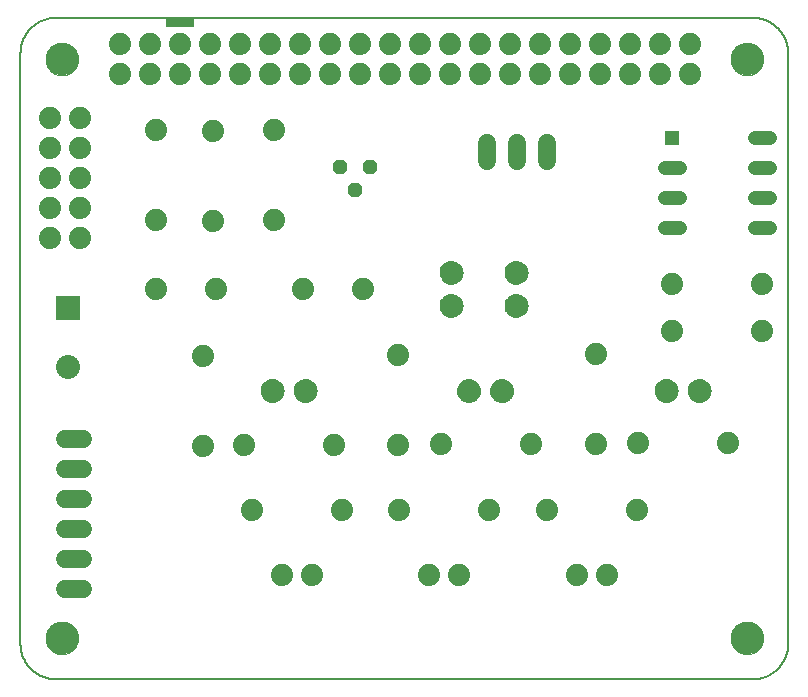
<source format=gbs>
G04 EAGLE Gerber RS-274X export*
G75*
%MOMM*%
%FSLAX34Y34*%
%LPD*%
%INSolder Mask bottom*%
%IPPOS*%
%AMOC8*
5,1,8,0,0,1.08239X$1,22.5*%
G01*
%ADD10C,0.000000*%
%ADD11C,2.750000*%
%ADD12C,0.203200*%
%ADD13C,1.879600*%
%ADD14P,1.319650X8X202.500000*%
%ADD15C,1.524000*%
%ADD16R,1.219200X1.219200*%
%ADD17C,1.219200*%
%ADD18R,2.032000X2.032000*%
%ADD19C,2.032000*%

G36*
X366518Y334036D02*
X366518Y334036D01*
X366561Y334047D01*
X366627Y334053D01*
X368257Y334465D01*
X368297Y334483D01*
X368361Y334501D01*
X369894Y335189D01*
X369931Y335214D01*
X369991Y335243D01*
X371381Y336187D01*
X371413Y336218D01*
X371467Y336256D01*
X372673Y337427D01*
X372699Y337464D01*
X372745Y337511D01*
X373729Y338873D01*
X373748Y338914D01*
X373785Y338968D01*
X374518Y340481D01*
X374530Y340524D01*
X374557Y340584D01*
X375015Y342201D01*
X375020Y342246D01*
X375036Y342310D01*
X375207Y343982D01*
X375203Y344030D01*
X375207Y344109D01*
X375041Y345781D01*
X375029Y345824D01*
X375020Y345890D01*
X374566Y347507D01*
X374547Y347548D01*
X374527Y347611D01*
X373799Y349125D01*
X373773Y349161D01*
X373743Y349220D01*
X372762Y350585D01*
X372730Y350616D01*
X372690Y350669D01*
X371488Y351843D01*
X371451Y351868D01*
X371403Y351913D01*
X370015Y352860D01*
X369974Y352878D01*
X369918Y352914D01*
X368387Y353606D01*
X368344Y353617D01*
X368283Y353643D01*
X366654Y354058D01*
X366610Y354061D01*
X366545Y354076D01*
X364870Y354202D01*
X364823Y354198D01*
X364751Y354200D01*
X362916Y353995D01*
X362869Y353981D01*
X362794Y353969D01*
X361033Y353409D01*
X360991Y353386D01*
X360919Y353360D01*
X359302Y352467D01*
X359264Y352437D01*
X359199Y352397D01*
X357787Y351206D01*
X357756Y351169D01*
X357700Y351117D01*
X356547Y349673D01*
X356525Y349631D01*
X356480Y349569D01*
X355631Y347928D01*
X355617Y347882D01*
X355585Y347813D01*
X355072Y346038D01*
X355067Y345990D01*
X355050Y345915D01*
X354893Y344075D01*
X354897Y344031D01*
X354893Y343966D01*
X355053Y342135D01*
X355066Y342089D01*
X355074Y342028D01*
X355074Y342026D01*
X355076Y342013D01*
X355590Y340249D01*
X355611Y340205D01*
X355636Y340133D01*
X356485Y338503D01*
X356514Y338465D01*
X356553Y338399D01*
X357703Y336966D01*
X357739Y336934D01*
X357790Y336877D01*
X359198Y335696D01*
X359239Y335672D01*
X359300Y335626D01*
X360912Y334742D01*
X360957Y334727D01*
X361026Y334693D01*
X362779Y334141D01*
X362826Y334135D01*
X362900Y334115D01*
X364727Y333916D01*
X364773Y333919D01*
X364842Y333913D01*
X366518Y334036D01*
G37*
G36*
X421518Y334036D02*
X421518Y334036D01*
X421561Y334047D01*
X421627Y334053D01*
X423257Y334465D01*
X423297Y334483D01*
X423361Y334501D01*
X424894Y335189D01*
X424931Y335214D01*
X424991Y335243D01*
X426381Y336187D01*
X426413Y336218D01*
X426467Y336256D01*
X427673Y337427D01*
X427699Y337464D01*
X427745Y337511D01*
X428729Y338873D01*
X428748Y338914D01*
X428785Y338968D01*
X429518Y340481D01*
X429530Y340524D01*
X429557Y340584D01*
X430015Y342201D01*
X430020Y342246D01*
X430036Y342310D01*
X430207Y343982D01*
X430203Y344030D01*
X430207Y344109D01*
X430041Y345781D01*
X430029Y345824D01*
X430020Y345890D01*
X429566Y347507D01*
X429547Y347548D01*
X429527Y347611D01*
X428799Y349125D01*
X428773Y349161D01*
X428743Y349220D01*
X427762Y350585D01*
X427730Y350616D01*
X427690Y350669D01*
X426488Y351843D01*
X426451Y351868D01*
X426403Y351913D01*
X425015Y352860D01*
X424974Y352878D01*
X424918Y352914D01*
X423387Y353606D01*
X423344Y353617D01*
X423283Y353643D01*
X421654Y354058D01*
X421610Y354061D01*
X421545Y354076D01*
X419870Y354202D01*
X419823Y354198D01*
X419751Y354200D01*
X417916Y353995D01*
X417869Y353981D01*
X417794Y353969D01*
X416033Y353409D01*
X415991Y353386D01*
X415919Y353360D01*
X414302Y352467D01*
X414264Y352437D01*
X414199Y352397D01*
X412787Y351206D01*
X412756Y351169D01*
X412700Y351117D01*
X411547Y349673D01*
X411525Y349631D01*
X411480Y349569D01*
X410631Y347928D01*
X410617Y347882D01*
X410585Y347813D01*
X410072Y346038D01*
X410067Y345990D01*
X410050Y345915D01*
X409893Y344075D01*
X409897Y344031D01*
X409893Y343966D01*
X410053Y342135D01*
X410066Y342089D01*
X410074Y342028D01*
X410074Y342026D01*
X410076Y342013D01*
X410590Y340249D01*
X410611Y340205D01*
X410636Y340133D01*
X411485Y338503D01*
X411514Y338465D01*
X411553Y338399D01*
X412703Y336966D01*
X412739Y336934D01*
X412790Y336877D01*
X414198Y335696D01*
X414239Y335672D01*
X414300Y335626D01*
X415912Y334742D01*
X415957Y334727D01*
X416026Y334693D01*
X417779Y334141D01*
X417826Y334135D01*
X417900Y334115D01*
X419727Y333916D01*
X419773Y333919D01*
X419842Y333913D01*
X421518Y334036D01*
G37*
G36*
X366518Y306045D02*
X366518Y306045D01*
X366561Y306056D01*
X366627Y306062D01*
X368257Y306474D01*
X368297Y306492D01*
X368361Y306510D01*
X369894Y307198D01*
X369931Y307223D01*
X369991Y307252D01*
X371381Y308196D01*
X371413Y308227D01*
X371467Y308265D01*
X372673Y309436D01*
X372699Y309473D01*
X372745Y309520D01*
X373729Y310882D01*
X373748Y310923D01*
X373785Y310977D01*
X374518Y312490D01*
X374530Y312533D01*
X374557Y312593D01*
X375015Y314210D01*
X375020Y314255D01*
X375036Y314319D01*
X375207Y315991D01*
X375203Y316039D01*
X375207Y316118D01*
X375041Y317790D01*
X375029Y317833D01*
X375020Y317899D01*
X374566Y319516D01*
X374547Y319557D01*
X374527Y319620D01*
X373799Y321134D01*
X373773Y321170D01*
X373743Y321229D01*
X372762Y322594D01*
X372730Y322625D01*
X372690Y322678D01*
X371488Y323852D01*
X371451Y323877D01*
X371403Y323922D01*
X370015Y324869D01*
X369974Y324887D01*
X369918Y324923D01*
X368387Y325615D01*
X368344Y325626D01*
X368283Y325652D01*
X366654Y326067D01*
X366610Y326070D01*
X366545Y326085D01*
X364870Y326211D01*
X364823Y326207D01*
X364751Y326209D01*
X362916Y326004D01*
X362869Y325990D01*
X362794Y325978D01*
X361033Y325418D01*
X360991Y325395D01*
X360919Y325369D01*
X359302Y324476D01*
X359264Y324446D01*
X359199Y324406D01*
X357787Y323215D01*
X357756Y323178D01*
X357700Y323126D01*
X356547Y321682D01*
X356525Y321640D01*
X356480Y321578D01*
X355631Y319937D01*
X355617Y319891D01*
X355585Y319822D01*
X355072Y318047D01*
X355067Y317999D01*
X355050Y317924D01*
X354893Y316084D01*
X354897Y316040D01*
X354893Y315975D01*
X355053Y314144D01*
X355066Y314098D01*
X355074Y314037D01*
X355074Y314035D01*
X355076Y314022D01*
X355590Y312258D01*
X355611Y312214D01*
X355636Y312142D01*
X356485Y310512D01*
X356514Y310474D01*
X356553Y310408D01*
X357703Y308975D01*
X357739Y308943D01*
X357790Y308886D01*
X359198Y307705D01*
X359239Y307681D01*
X359300Y307635D01*
X360912Y306751D01*
X360957Y306736D01*
X361026Y306702D01*
X362779Y306150D01*
X362826Y306144D01*
X362900Y306124D01*
X364727Y305925D01*
X364773Y305928D01*
X364842Y305922D01*
X366518Y306045D01*
G37*
G36*
X421518Y306045D02*
X421518Y306045D01*
X421561Y306056D01*
X421627Y306062D01*
X423257Y306474D01*
X423297Y306492D01*
X423361Y306510D01*
X424894Y307198D01*
X424931Y307223D01*
X424991Y307252D01*
X426381Y308196D01*
X426413Y308227D01*
X426467Y308265D01*
X427673Y309436D01*
X427699Y309473D01*
X427745Y309520D01*
X428729Y310882D01*
X428748Y310923D01*
X428785Y310977D01*
X429518Y312490D01*
X429530Y312533D01*
X429557Y312593D01*
X430015Y314210D01*
X430020Y314255D01*
X430036Y314319D01*
X430207Y315991D01*
X430203Y316039D01*
X430207Y316118D01*
X430041Y317790D01*
X430029Y317833D01*
X430020Y317899D01*
X429566Y319516D01*
X429547Y319557D01*
X429527Y319620D01*
X428799Y321134D01*
X428773Y321170D01*
X428743Y321229D01*
X427762Y322594D01*
X427730Y322625D01*
X427690Y322678D01*
X426488Y323852D01*
X426451Y323877D01*
X426403Y323922D01*
X425015Y324869D01*
X424974Y324887D01*
X424918Y324923D01*
X423387Y325615D01*
X423344Y325626D01*
X423283Y325652D01*
X421654Y326067D01*
X421610Y326070D01*
X421545Y326085D01*
X419870Y326211D01*
X419823Y326207D01*
X419751Y326209D01*
X417916Y326004D01*
X417869Y325990D01*
X417794Y325978D01*
X416033Y325418D01*
X415991Y325395D01*
X415919Y325369D01*
X414302Y324476D01*
X414264Y324446D01*
X414199Y324406D01*
X412787Y323215D01*
X412756Y323178D01*
X412700Y323126D01*
X411547Y321682D01*
X411525Y321640D01*
X411480Y321578D01*
X410631Y319937D01*
X410617Y319891D01*
X410585Y319822D01*
X410072Y318047D01*
X410067Y317999D01*
X410050Y317924D01*
X409893Y316084D01*
X409897Y316040D01*
X409893Y315975D01*
X410053Y314144D01*
X410066Y314098D01*
X410074Y314037D01*
X410074Y314035D01*
X410076Y314022D01*
X410590Y312258D01*
X410611Y312214D01*
X410636Y312142D01*
X411485Y310512D01*
X411514Y310474D01*
X411553Y310408D01*
X412703Y308975D01*
X412739Y308943D01*
X412790Y308886D01*
X414198Y307705D01*
X414239Y307681D01*
X414300Y307635D01*
X415912Y306751D01*
X415957Y306736D01*
X416026Y306702D01*
X417779Y306150D01*
X417826Y306144D01*
X417900Y306124D01*
X419727Y305925D01*
X419773Y305928D01*
X419842Y305922D01*
X421518Y306045D01*
G37*
G36*
X575060Y233997D02*
X575060Y233997D01*
X575125Y233993D01*
X576956Y234153D01*
X577002Y234166D01*
X577078Y234176D01*
X578842Y234690D01*
X578886Y234711D01*
X578958Y234736D01*
X580588Y235585D01*
X580626Y235614D01*
X580692Y235653D01*
X582125Y236803D01*
X582157Y236839D01*
X582214Y236890D01*
X583395Y238298D01*
X583419Y238339D01*
X583465Y238400D01*
X584010Y239393D01*
X584349Y240012D01*
X584364Y240057D01*
X584398Y240126D01*
X584950Y241879D01*
X584956Y241926D01*
X584976Y242000D01*
X585176Y243827D01*
X585172Y243873D01*
X585178Y243942D01*
X585055Y245618D01*
X585044Y245661D01*
X585038Y245727D01*
X584627Y247357D01*
X584608Y247397D01*
X584590Y247461D01*
X583902Y248994D01*
X583877Y249031D01*
X583848Y249091D01*
X582904Y250481D01*
X582873Y250513D01*
X582835Y250567D01*
X581664Y251773D01*
X581628Y251799D01*
X581580Y251845D01*
X580218Y252829D01*
X580177Y252848D01*
X580123Y252885D01*
X578610Y253618D01*
X578567Y253630D01*
X578507Y253657D01*
X576890Y254115D01*
X576845Y254120D01*
X576781Y254136D01*
X575109Y254307D01*
X575061Y254303D01*
X574982Y254307D01*
X573310Y254141D01*
X573267Y254129D01*
X573202Y254120D01*
X571584Y253666D01*
X571543Y253647D01*
X571480Y253627D01*
X569966Y252899D01*
X569930Y252873D01*
X569871Y252843D01*
X568506Y251862D01*
X568475Y251830D01*
X568422Y251790D01*
X567248Y250588D01*
X567223Y250551D01*
X567178Y250503D01*
X566231Y249115D01*
X566213Y249074D01*
X566177Y249018D01*
X565485Y247487D01*
X565474Y247444D01*
X565448Y247383D01*
X565033Y245754D01*
X565030Y245710D01*
X565015Y245645D01*
X564889Y243970D01*
X564893Y243923D01*
X564891Y243851D01*
X565096Y242016D01*
X565110Y241969D01*
X565122Y241894D01*
X565682Y240133D01*
X565705Y240091D01*
X565731Y240019D01*
X566624Y238402D01*
X566654Y238364D01*
X566694Y238299D01*
X567885Y236887D01*
X567922Y236856D01*
X567974Y236800D01*
X569418Y235647D01*
X569460Y235625D01*
X569522Y235580D01*
X571163Y234731D01*
X571209Y234717D01*
X571278Y234685D01*
X573053Y234172D01*
X573101Y234167D01*
X573176Y234150D01*
X575016Y233993D01*
X575060Y233997D01*
G37*
G36*
X547069Y233997D02*
X547069Y233997D01*
X547134Y233993D01*
X548965Y234153D01*
X549011Y234166D01*
X549087Y234176D01*
X550851Y234690D01*
X550895Y234711D01*
X550967Y234736D01*
X552597Y235585D01*
X552635Y235614D01*
X552701Y235653D01*
X554134Y236803D01*
X554166Y236839D01*
X554223Y236890D01*
X555404Y238298D01*
X555428Y238339D01*
X555474Y238400D01*
X556019Y239393D01*
X556358Y240012D01*
X556373Y240057D01*
X556407Y240126D01*
X556959Y241879D01*
X556965Y241926D01*
X556985Y242000D01*
X557185Y243827D01*
X557181Y243873D01*
X557187Y243942D01*
X557064Y245618D01*
X557053Y245661D01*
X557047Y245727D01*
X556636Y247357D01*
X556617Y247397D01*
X556599Y247461D01*
X555911Y248994D01*
X555886Y249031D01*
X555857Y249091D01*
X554913Y250481D01*
X554882Y250513D01*
X554844Y250567D01*
X553673Y251773D01*
X553637Y251799D01*
X553589Y251845D01*
X552227Y252829D01*
X552186Y252848D01*
X552132Y252885D01*
X550619Y253618D01*
X550576Y253630D01*
X550516Y253657D01*
X548899Y254115D01*
X548854Y254120D01*
X548790Y254136D01*
X547118Y254307D01*
X547070Y254303D01*
X546991Y254307D01*
X545319Y254141D01*
X545276Y254129D01*
X545211Y254120D01*
X543593Y253666D01*
X543552Y253647D01*
X543489Y253627D01*
X541975Y252899D01*
X541939Y252873D01*
X541880Y252843D01*
X540515Y251862D01*
X540484Y251830D01*
X540431Y251790D01*
X539257Y250588D01*
X539232Y250551D01*
X539187Y250503D01*
X538240Y249115D01*
X538222Y249074D01*
X538186Y249018D01*
X537494Y247487D01*
X537483Y247444D01*
X537457Y247383D01*
X537042Y245754D01*
X537039Y245710D01*
X537024Y245645D01*
X536898Y243970D01*
X536902Y243923D01*
X536900Y243851D01*
X537105Y242016D01*
X537119Y241969D01*
X537131Y241894D01*
X537691Y240133D01*
X537714Y240091D01*
X537740Y240019D01*
X538633Y238402D01*
X538663Y238364D01*
X538703Y238299D01*
X539894Y236887D01*
X539931Y236856D01*
X539983Y236800D01*
X541427Y235647D01*
X541469Y235625D01*
X541531Y235580D01*
X543172Y234731D01*
X543218Y234717D01*
X543287Y234685D01*
X545062Y234172D01*
X545110Y234167D01*
X545185Y234150D01*
X547025Y233993D01*
X547069Y233997D01*
G37*
G36*
X407760Y233997D02*
X407760Y233997D01*
X407825Y233993D01*
X409656Y234153D01*
X409702Y234166D01*
X409778Y234176D01*
X411542Y234690D01*
X411586Y234711D01*
X411658Y234736D01*
X413288Y235585D01*
X413326Y235614D01*
X413392Y235653D01*
X414825Y236803D01*
X414857Y236839D01*
X414914Y236890D01*
X416095Y238298D01*
X416119Y238339D01*
X416165Y238400D01*
X416710Y239393D01*
X417049Y240012D01*
X417064Y240057D01*
X417098Y240126D01*
X417650Y241879D01*
X417656Y241926D01*
X417676Y242000D01*
X417876Y243827D01*
X417872Y243873D01*
X417878Y243942D01*
X417755Y245618D01*
X417744Y245661D01*
X417738Y245727D01*
X417327Y247357D01*
X417308Y247397D01*
X417290Y247461D01*
X416602Y248994D01*
X416577Y249031D01*
X416548Y249091D01*
X415604Y250481D01*
X415573Y250513D01*
X415535Y250567D01*
X414364Y251773D01*
X414328Y251799D01*
X414280Y251845D01*
X412918Y252829D01*
X412877Y252848D01*
X412823Y252885D01*
X411310Y253618D01*
X411267Y253630D01*
X411207Y253657D01*
X409590Y254115D01*
X409545Y254120D01*
X409481Y254136D01*
X407809Y254307D01*
X407761Y254303D01*
X407682Y254307D01*
X406010Y254141D01*
X405967Y254129D01*
X405902Y254120D01*
X404284Y253666D01*
X404243Y253647D01*
X404180Y253627D01*
X402666Y252899D01*
X402630Y252873D01*
X402571Y252843D01*
X401206Y251862D01*
X401175Y251830D01*
X401122Y251790D01*
X399948Y250588D01*
X399923Y250551D01*
X399878Y250503D01*
X398931Y249115D01*
X398913Y249074D01*
X398877Y249018D01*
X398185Y247487D01*
X398174Y247444D01*
X398148Y247383D01*
X397733Y245754D01*
X397730Y245710D01*
X397715Y245645D01*
X397589Y243970D01*
X397593Y243923D01*
X397591Y243851D01*
X397796Y242016D01*
X397810Y241969D01*
X397822Y241894D01*
X398382Y240133D01*
X398405Y240091D01*
X398431Y240019D01*
X399324Y238402D01*
X399354Y238364D01*
X399394Y238299D01*
X400585Y236887D01*
X400622Y236856D01*
X400674Y236800D01*
X402118Y235647D01*
X402160Y235625D01*
X402222Y235580D01*
X403863Y234731D01*
X403909Y234717D01*
X403978Y234685D01*
X405753Y234172D01*
X405801Y234167D01*
X405876Y234150D01*
X407716Y233993D01*
X407760Y233997D01*
G37*
G36*
X379769Y233997D02*
X379769Y233997D01*
X379834Y233993D01*
X381665Y234153D01*
X381711Y234166D01*
X381787Y234176D01*
X383551Y234690D01*
X383595Y234711D01*
X383667Y234736D01*
X385297Y235585D01*
X385335Y235614D01*
X385401Y235653D01*
X386834Y236803D01*
X386866Y236839D01*
X386923Y236890D01*
X388104Y238298D01*
X388128Y238339D01*
X388174Y238400D01*
X388719Y239393D01*
X389058Y240012D01*
X389073Y240057D01*
X389107Y240126D01*
X389659Y241879D01*
X389665Y241926D01*
X389685Y242000D01*
X389885Y243827D01*
X389881Y243873D01*
X389887Y243942D01*
X389764Y245618D01*
X389753Y245661D01*
X389747Y245727D01*
X389336Y247357D01*
X389317Y247397D01*
X389299Y247461D01*
X388611Y248994D01*
X388586Y249031D01*
X388557Y249091D01*
X387613Y250481D01*
X387582Y250513D01*
X387544Y250567D01*
X386373Y251773D01*
X386337Y251799D01*
X386289Y251845D01*
X384927Y252829D01*
X384886Y252848D01*
X384832Y252885D01*
X383319Y253618D01*
X383276Y253630D01*
X383216Y253657D01*
X381599Y254115D01*
X381554Y254120D01*
X381490Y254136D01*
X379818Y254307D01*
X379770Y254303D01*
X379691Y254307D01*
X378019Y254141D01*
X377976Y254129D01*
X377911Y254120D01*
X376293Y253666D01*
X376252Y253647D01*
X376189Y253627D01*
X374675Y252899D01*
X374639Y252873D01*
X374580Y252843D01*
X373215Y251862D01*
X373184Y251830D01*
X373131Y251790D01*
X371957Y250588D01*
X371932Y250551D01*
X371887Y250503D01*
X370940Y249115D01*
X370922Y249074D01*
X370886Y249018D01*
X370194Y247487D01*
X370183Y247444D01*
X370157Y247383D01*
X369742Y245754D01*
X369739Y245710D01*
X369724Y245645D01*
X369598Y243970D01*
X369602Y243923D01*
X369600Y243851D01*
X369805Y242016D01*
X369819Y241969D01*
X369831Y241894D01*
X370391Y240133D01*
X370414Y240091D01*
X370440Y240019D01*
X371333Y238402D01*
X371363Y238364D01*
X371403Y238299D01*
X372594Y236887D01*
X372631Y236856D01*
X372683Y236800D01*
X374127Y235647D01*
X374169Y235625D01*
X374231Y235580D01*
X375872Y234731D01*
X375918Y234717D01*
X375987Y234685D01*
X377762Y234172D01*
X377810Y234167D01*
X377885Y234150D01*
X379725Y233993D01*
X379769Y233997D01*
G37*
G36*
X241460Y233997D02*
X241460Y233997D01*
X241525Y233993D01*
X243356Y234153D01*
X243402Y234166D01*
X243478Y234176D01*
X245242Y234690D01*
X245286Y234711D01*
X245358Y234736D01*
X246988Y235585D01*
X247026Y235614D01*
X247092Y235653D01*
X248525Y236803D01*
X248557Y236839D01*
X248614Y236890D01*
X249795Y238298D01*
X249819Y238339D01*
X249865Y238400D01*
X250410Y239393D01*
X250749Y240012D01*
X250764Y240057D01*
X250798Y240126D01*
X251350Y241879D01*
X251356Y241926D01*
X251376Y242000D01*
X251576Y243827D01*
X251572Y243873D01*
X251578Y243942D01*
X251455Y245618D01*
X251444Y245661D01*
X251438Y245727D01*
X251027Y247357D01*
X251008Y247397D01*
X250990Y247461D01*
X250302Y248994D01*
X250277Y249031D01*
X250248Y249091D01*
X249304Y250481D01*
X249273Y250513D01*
X249235Y250567D01*
X248064Y251773D01*
X248028Y251799D01*
X247980Y251845D01*
X246618Y252829D01*
X246577Y252848D01*
X246523Y252885D01*
X245010Y253618D01*
X244967Y253630D01*
X244907Y253657D01*
X243290Y254115D01*
X243245Y254120D01*
X243181Y254136D01*
X241509Y254307D01*
X241461Y254303D01*
X241382Y254307D01*
X239710Y254141D01*
X239667Y254129D01*
X239602Y254120D01*
X237984Y253666D01*
X237943Y253647D01*
X237880Y253627D01*
X236366Y252899D01*
X236330Y252873D01*
X236271Y252843D01*
X234906Y251862D01*
X234875Y251830D01*
X234822Y251790D01*
X233648Y250588D01*
X233623Y250551D01*
X233578Y250503D01*
X232631Y249115D01*
X232613Y249074D01*
X232577Y249018D01*
X231885Y247487D01*
X231874Y247444D01*
X231848Y247383D01*
X231433Y245754D01*
X231430Y245710D01*
X231415Y245645D01*
X231289Y243970D01*
X231293Y243923D01*
X231291Y243851D01*
X231496Y242016D01*
X231510Y241969D01*
X231522Y241894D01*
X232082Y240133D01*
X232105Y240091D01*
X232131Y240019D01*
X233024Y238402D01*
X233054Y238364D01*
X233094Y238299D01*
X234285Y236887D01*
X234322Y236856D01*
X234374Y236800D01*
X235818Y235647D01*
X235860Y235625D01*
X235922Y235580D01*
X237563Y234731D01*
X237609Y234717D01*
X237678Y234685D01*
X239453Y234172D01*
X239501Y234167D01*
X239576Y234150D01*
X241416Y233993D01*
X241460Y233997D01*
G37*
G36*
X213469Y233997D02*
X213469Y233997D01*
X213534Y233993D01*
X215365Y234153D01*
X215411Y234166D01*
X215487Y234176D01*
X217251Y234690D01*
X217295Y234711D01*
X217367Y234736D01*
X218997Y235585D01*
X219035Y235614D01*
X219101Y235653D01*
X220534Y236803D01*
X220566Y236839D01*
X220623Y236890D01*
X221804Y238298D01*
X221828Y238339D01*
X221874Y238400D01*
X222419Y239393D01*
X222758Y240012D01*
X222773Y240057D01*
X222807Y240126D01*
X223359Y241879D01*
X223365Y241926D01*
X223385Y242000D01*
X223585Y243827D01*
X223581Y243873D01*
X223587Y243942D01*
X223464Y245618D01*
X223453Y245661D01*
X223447Y245727D01*
X223036Y247357D01*
X223017Y247397D01*
X222999Y247461D01*
X222311Y248994D01*
X222286Y249031D01*
X222257Y249091D01*
X221313Y250481D01*
X221282Y250513D01*
X221244Y250567D01*
X220073Y251773D01*
X220037Y251799D01*
X219989Y251845D01*
X218627Y252829D01*
X218586Y252848D01*
X218532Y252885D01*
X217019Y253618D01*
X216976Y253630D01*
X216916Y253657D01*
X215299Y254115D01*
X215254Y254120D01*
X215190Y254136D01*
X213518Y254307D01*
X213470Y254303D01*
X213391Y254307D01*
X211719Y254141D01*
X211676Y254129D01*
X211611Y254120D01*
X209993Y253666D01*
X209952Y253647D01*
X209889Y253627D01*
X208375Y252899D01*
X208339Y252873D01*
X208280Y252843D01*
X206915Y251862D01*
X206884Y251830D01*
X206831Y251790D01*
X205657Y250588D01*
X205632Y250551D01*
X205587Y250503D01*
X204640Y249115D01*
X204622Y249074D01*
X204586Y249018D01*
X203894Y247487D01*
X203883Y247444D01*
X203857Y247383D01*
X203442Y245754D01*
X203439Y245710D01*
X203424Y245645D01*
X203298Y243970D01*
X203302Y243923D01*
X203300Y243851D01*
X203505Y242016D01*
X203519Y241969D01*
X203531Y241894D01*
X204091Y240133D01*
X204114Y240091D01*
X204140Y240019D01*
X205033Y238402D01*
X205063Y238364D01*
X205103Y238299D01*
X206294Y236887D01*
X206331Y236856D01*
X206383Y236800D01*
X207827Y235647D01*
X207869Y235625D01*
X207931Y235580D01*
X209572Y234731D01*
X209618Y234717D01*
X209687Y234685D01*
X211462Y234172D01*
X211510Y234167D01*
X211585Y234150D01*
X213425Y233993D01*
X213469Y233997D01*
G37*
G36*
X146005Y551954D02*
X146005Y551954D01*
X146008Y551951D01*
X146317Y552000D01*
X146325Y552008D01*
X146331Y552005D01*
X146610Y552147D01*
X146615Y552157D01*
X146623Y552156D01*
X146844Y552377D01*
X146845Y552389D01*
X146853Y552390D01*
X146995Y552669D01*
X146994Y552673D01*
X146998Y552676D01*
X146995Y552680D01*
X147000Y552683D01*
X147049Y552992D01*
X147046Y552997D01*
X147049Y553000D01*
X147049Y560000D01*
X147013Y560047D01*
X147006Y560042D01*
X147000Y560049D01*
X123000Y560049D01*
X122953Y560013D01*
X122958Y560006D01*
X122951Y560000D01*
X122951Y553000D01*
X122954Y552995D01*
X122951Y552992D01*
X123000Y552683D01*
X123008Y552675D01*
X123005Y552669D01*
X123147Y552390D01*
X123157Y552385D01*
X123156Y552377D01*
X123377Y552156D01*
X123389Y552155D01*
X123390Y552147D01*
X123669Y552005D01*
X123680Y552007D01*
X123683Y552000D01*
X123992Y551951D01*
X123997Y551954D01*
X124000Y551951D01*
X146000Y551951D01*
X146005Y551954D01*
G37*
D10*
X21250Y525000D02*
X21254Y525337D01*
X21267Y525675D01*
X21287Y526012D01*
X21316Y526348D01*
X21353Y526683D01*
X21399Y527018D01*
X21452Y527351D01*
X21514Y527682D01*
X21584Y528013D01*
X21662Y528341D01*
X21748Y528667D01*
X21842Y528991D01*
X21944Y529313D01*
X22054Y529632D01*
X22171Y529949D01*
X22297Y530262D01*
X22430Y530572D01*
X22570Y530879D01*
X22718Y531182D01*
X22874Y531482D01*
X23036Y531777D01*
X23206Y532069D01*
X23383Y532356D01*
X23567Y532639D01*
X23758Y532917D01*
X23956Y533191D01*
X24160Y533459D01*
X24371Y533723D01*
X24588Y533981D01*
X24812Y534234D01*
X25042Y534481D01*
X25277Y534723D01*
X25519Y534958D01*
X25766Y535188D01*
X26019Y535412D01*
X26277Y535629D01*
X26541Y535840D01*
X26809Y536044D01*
X27083Y536242D01*
X27361Y536433D01*
X27644Y536617D01*
X27931Y536794D01*
X28223Y536964D01*
X28518Y537126D01*
X28818Y537282D01*
X29121Y537430D01*
X29428Y537570D01*
X29738Y537703D01*
X30051Y537829D01*
X30368Y537946D01*
X30687Y538056D01*
X31009Y538158D01*
X31333Y538252D01*
X31659Y538338D01*
X31987Y538416D01*
X32318Y538486D01*
X32649Y538548D01*
X32982Y538601D01*
X33317Y538647D01*
X33652Y538684D01*
X33988Y538713D01*
X34325Y538733D01*
X34663Y538746D01*
X35000Y538750D01*
X35337Y538746D01*
X35675Y538733D01*
X36012Y538713D01*
X36348Y538684D01*
X36683Y538647D01*
X37018Y538601D01*
X37351Y538548D01*
X37682Y538486D01*
X38013Y538416D01*
X38341Y538338D01*
X38667Y538252D01*
X38991Y538158D01*
X39313Y538056D01*
X39632Y537946D01*
X39949Y537829D01*
X40262Y537703D01*
X40572Y537570D01*
X40879Y537430D01*
X41182Y537282D01*
X41482Y537126D01*
X41777Y536964D01*
X42069Y536794D01*
X42356Y536617D01*
X42639Y536433D01*
X42917Y536242D01*
X43191Y536044D01*
X43459Y535840D01*
X43723Y535629D01*
X43981Y535412D01*
X44234Y535188D01*
X44481Y534958D01*
X44723Y534723D01*
X44958Y534481D01*
X45188Y534234D01*
X45412Y533981D01*
X45629Y533723D01*
X45840Y533459D01*
X46044Y533191D01*
X46242Y532917D01*
X46433Y532639D01*
X46617Y532356D01*
X46794Y532069D01*
X46964Y531777D01*
X47126Y531482D01*
X47282Y531182D01*
X47430Y530879D01*
X47570Y530572D01*
X47703Y530262D01*
X47829Y529949D01*
X47946Y529632D01*
X48056Y529313D01*
X48158Y528991D01*
X48252Y528667D01*
X48338Y528341D01*
X48416Y528013D01*
X48486Y527682D01*
X48548Y527351D01*
X48601Y527018D01*
X48647Y526683D01*
X48684Y526348D01*
X48713Y526012D01*
X48733Y525675D01*
X48746Y525337D01*
X48750Y525000D01*
X48746Y524663D01*
X48733Y524325D01*
X48713Y523988D01*
X48684Y523652D01*
X48647Y523317D01*
X48601Y522982D01*
X48548Y522649D01*
X48486Y522318D01*
X48416Y521987D01*
X48338Y521659D01*
X48252Y521333D01*
X48158Y521009D01*
X48056Y520687D01*
X47946Y520368D01*
X47829Y520051D01*
X47703Y519738D01*
X47570Y519428D01*
X47430Y519121D01*
X47282Y518818D01*
X47126Y518518D01*
X46964Y518223D01*
X46794Y517931D01*
X46617Y517644D01*
X46433Y517361D01*
X46242Y517083D01*
X46044Y516809D01*
X45840Y516541D01*
X45629Y516277D01*
X45412Y516019D01*
X45188Y515766D01*
X44958Y515519D01*
X44723Y515277D01*
X44481Y515042D01*
X44234Y514812D01*
X43981Y514588D01*
X43723Y514371D01*
X43459Y514160D01*
X43191Y513956D01*
X42917Y513758D01*
X42639Y513567D01*
X42356Y513383D01*
X42069Y513206D01*
X41777Y513036D01*
X41482Y512874D01*
X41182Y512718D01*
X40879Y512570D01*
X40572Y512430D01*
X40262Y512297D01*
X39949Y512171D01*
X39632Y512054D01*
X39313Y511944D01*
X38991Y511842D01*
X38667Y511748D01*
X38341Y511662D01*
X38013Y511584D01*
X37682Y511514D01*
X37351Y511452D01*
X37018Y511399D01*
X36683Y511353D01*
X36348Y511316D01*
X36012Y511287D01*
X35675Y511267D01*
X35337Y511254D01*
X35000Y511250D01*
X34663Y511254D01*
X34325Y511267D01*
X33988Y511287D01*
X33652Y511316D01*
X33317Y511353D01*
X32982Y511399D01*
X32649Y511452D01*
X32318Y511514D01*
X31987Y511584D01*
X31659Y511662D01*
X31333Y511748D01*
X31009Y511842D01*
X30687Y511944D01*
X30368Y512054D01*
X30051Y512171D01*
X29738Y512297D01*
X29428Y512430D01*
X29121Y512570D01*
X28818Y512718D01*
X28518Y512874D01*
X28223Y513036D01*
X27931Y513206D01*
X27644Y513383D01*
X27361Y513567D01*
X27083Y513758D01*
X26809Y513956D01*
X26541Y514160D01*
X26277Y514371D01*
X26019Y514588D01*
X25766Y514812D01*
X25519Y515042D01*
X25277Y515277D01*
X25042Y515519D01*
X24812Y515766D01*
X24588Y516019D01*
X24371Y516277D01*
X24160Y516541D01*
X23956Y516809D01*
X23758Y517083D01*
X23567Y517361D01*
X23383Y517644D01*
X23206Y517931D01*
X23036Y518223D01*
X22874Y518518D01*
X22718Y518818D01*
X22570Y519121D01*
X22430Y519428D01*
X22297Y519738D01*
X22171Y520051D01*
X22054Y520368D01*
X21944Y520687D01*
X21842Y521009D01*
X21748Y521333D01*
X21662Y521659D01*
X21584Y521987D01*
X21514Y522318D01*
X21452Y522649D01*
X21399Y522982D01*
X21353Y523317D01*
X21316Y523652D01*
X21287Y523988D01*
X21267Y524325D01*
X21254Y524663D01*
X21250Y525000D01*
D11*
X35000Y525000D03*
D10*
X601250Y525000D02*
X601254Y525337D01*
X601267Y525675D01*
X601287Y526012D01*
X601316Y526348D01*
X601353Y526683D01*
X601399Y527018D01*
X601452Y527351D01*
X601514Y527682D01*
X601584Y528013D01*
X601662Y528341D01*
X601748Y528667D01*
X601842Y528991D01*
X601944Y529313D01*
X602054Y529632D01*
X602171Y529949D01*
X602297Y530262D01*
X602430Y530572D01*
X602570Y530879D01*
X602718Y531182D01*
X602874Y531482D01*
X603036Y531777D01*
X603206Y532069D01*
X603383Y532356D01*
X603567Y532639D01*
X603758Y532917D01*
X603956Y533191D01*
X604160Y533459D01*
X604371Y533723D01*
X604588Y533981D01*
X604812Y534234D01*
X605042Y534481D01*
X605277Y534723D01*
X605519Y534958D01*
X605766Y535188D01*
X606019Y535412D01*
X606277Y535629D01*
X606541Y535840D01*
X606809Y536044D01*
X607083Y536242D01*
X607361Y536433D01*
X607644Y536617D01*
X607931Y536794D01*
X608223Y536964D01*
X608518Y537126D01*
X608818Y537282D01*
X609121Y537430D01*
X609428Y537570D01*
X609738Y537703D01*
X610051Y537829D01*
X610368Y537946D01*
X610687Y538056D01*
X611009Y538158D01*
X611333Y538252D01*
X611659Y538338D01*
X611987Y538416D01*
X612318Y538486D01*
X612649Y538548D01*
X612982Y538601D01*
X613317Y538647D01*
X613652Y538684D01*
X613988Y538713D01*
X614325Y538733D01*
X614663Y538746D01*
X615000Y538750D01*
X615337Y538746D01*
X615675Y538733D01*
X616012Y538713D01*
X616348Y538684D01*
X616683Y538647D01*
X617018Y538601D01*
X617351Y538548D01*
X617682Y538486D01*
X618013Y538416D01*
X618341Y538338D01*
X618667Y538252D01*
X618991Y538158D01*
X619313Y538056D01*
X619632Y537946D01*
X619949Y537829D01*
X620262Y537703D01*
X620572Y537570D01*
X620879Y537430D01*
X621182Y537282D01*
X621482Y537126D01*
X621777Y536964D01*
X622069Y536794D01*
X622356Y536617D01*
X622639Y536433D01*
X622917Y536242D01*
X623191Y536044D01*
X623459Y535840D01*
X623723Y535629D01*
X623981Y535412D01*
X624234Y535188D01*
X624481Y534958D01*
X624723Y534723D01*
X624958Y534481D01*
X625188Y534234D01*
X625412Y533981D01*
X625629Y533723D01*
X625840Y533459D01*
X626044Y533191D01*
X626242Y532917D01*
X626433Y532639D01*
X626617Y532356D01*
X626794Y532069D01*
X626964Y531777D01*
X627126Y531482D01*
X627282Y531182D01*
X627430Y530879D01*
X627570Y530572D01*
X627703Y530262D01*
X627829Y529949D01*
X627946Y529632D01*
X628056Y529313D01*
X628158Y528991D01*
X628252Y528667D01*
X628338Y528341D01*
X628416Y528013D01*
X628486Y527682D01*
X628548Y527351D01*
X628601Y527018D01*
X628647Y526683D01*
X628684Y526348D01*
X628713Y526012D01*
X628733Y525675D01*
X628746Y525337D01*
X628750Y525000D01*
X628746Y524663D01*
X628733Y524325D01*
X628713Y523988D01*
X628684Y523652D01*
X628647Y523317D01*
X628601Y522982D01*
X628548Y522649D01*
X628486Y522318D01*
X628416Y521987D01*
X628338Y521659D01*
X628252Y521333D01*
X628158Y521009D01*
X628056Y520687D01*
X627946Y520368D01*
X627829Y520051D01*
X627703Y519738D01*
X627570Y519428D01*
X627430Y519121D01*
X627282Y518818D01*
X627126Y518518D01*
X626964Y518223D01*
X626794Y517931D01*
X626617Y517644D01*
X626433Y517361D01*
X626242Y517083D01*
X626044Y516809D01*
X625840Y516541D01*
X625629Y516277D01*
X625412Y516019D01*
X625188Y515766D01*
X624958Y515519D01*
X624723Y515277D01*
X624481Y515042D01*
X624234Y514812D01*
X623981Y514588D01*
X623723Y514371D01*
X623459Y514160D01*
X623191Y513956D01*
X622917Y513758D01*
X622639Y513567D01*
X622356Y513383D01*
X622069Y513206D01*
X621777Y513036D01*
X621482Y512874D01*
X621182Y512718D01*
X620879Y512570D01*
X620572Y512430D01*
X620262Y512297D01*
X619949Y512171D01*
X619632Y512054D01*
X619313Y511944D01*
X618991Y511842D01*
X618667Y511748D01*
X618341Y511662D01*
X618013Y511584D01*
X617682Y511514D01*
X617351Y511452D01*
X617018Y511399D01*
X616683Y511353D01*
X616348Y511316D01*
X616012Y511287D01*
X615675Y511267D01*
X615337Y511254D01*
X615000Y511250D01*
X614663Y511254D01*
X614325Y511267D01*
X613988Y511287D01*
X613652Y511316D01*
X613317Y511353D01*
X612982Y511399D01*
X612649Y511452D01*
X612318Y511514D01*
X611987Y511584D01*
X611659Y511662D01*
X611333Y511748D01*
X611009Y511842D01*
X610687Y511944D01*
X610368Y512054D01*
X610051Y512171D01*
X609738Y512297D01*
X609428Y512430D01*
X609121Y512570D01*
X608818Y512718D01*
X608518Y512874D01*
X608223Y513036D01*
X607931Y513206D01*
X607644Y513383D01*
X607361Y513567D01*
X607083Y513758D01*
X606809Y513956D01*
X606541Y514160D01*
X606277Y514371D01*
X606019Y514588D01*
X605766Y514812D01*
X605519Y515042D01*
X605277Y515277D01*
X605042Y515519D01*
X604812Y515766D01*
X604588Y516019D01*
X604371Y516277D01*
X604160Y516541D01*
X603956Y516809D01*
X603758Y517083D01*
X603567Y517361D01*
X603383Y517644D01*
X603206Y517931D01*
X603036Y518223D01*
X602874Y518518D01*
X602718Y518818D01*
X602570Y519121D01*
X602430Y519428D01*
X602297Y519738D01*
X602171Y520051D01*
X602054Y520368D01*
X601944Y520687D01*
X601842Y521009D01*
X601748Y521333D01*
X601662Y521659D01*
X601584Y521987D01*
X601514Y522318D01*
X601452Y522649D01*
X601399Y522982D01*
X601353Y523317D01*
X601316Y523652D01*
X601287Y523988D01*
X601267Y524325D01*
X601254Y524663D01*
X601250Y525000D01*
D11*
X615000Y525000D03*
D10*
X21250Y35000D02*
X21254Y35337D01*
X21267Y35675D01*
X21287Y36012D01*
X21316Y36348D01*
X21353Y36683D01*
X21399Y37018D01*
X21452Y37351D01*
X21514Y37682D01*
X21584Y38013D01*
X21662Y38341D01*
X21748Y38667D01*
X21842Y38991D01*
X21944Y39313D01*
X22054Y39632D01*
X22171Y39949D01*
X22297Y40262D01*
X22430Y40572D01*
X22570Y40879D01*
X22718Y41182D01*
X22874Y41482D01*
X23036Y41777D01*
X23206Y42069D01*
X23383Y42356D01*
X23567Y42639D01*
X23758Y42917D01*
X23956Y43191D01*
X24160Y43459D01*
X24371Y43723D01*
X24588Y43981D01*
X24812Y44234D01*
X25042Y44481D01*
X25277Y44723D01*
X25519Y44958D01*
X25766Y45188D01*
X26019Y45412D01*
X26277Y45629D01*
X26541Y45840D01*
X26809Y46044D01*
X27083Y46242D01*
X27361Y46433D01*
X27644Y46617D01*
X27931Y46794D01*
X28223Y46964D01*
X28518Y47126D01*
X28818Y47282D01*
X29121Y47430D01*
X29428Y47570D01*
X29738Y47703D01*
X30051Y47829D01*
X30368Y47946D01*
X30687Y48056D01*
X31009Y48158D01*
X31333Y48252D01*
X31659Y48338D01*
X31987Y48416D01*
X32318Y48486D01*
X32649Y48548D01*
X32982Y48601D01*
X33317Y48647D01*
X33652Y48684D01*
X33988Y48713D01*
X34325Y48733D01*
X34663Y48746D01*
X35000Y48750D01*
X35337Y48746D01*
X35675Y48733D01*
X36012Y48713D01*
X36348Y48684D01*
X36683Y48647D01*
X37018Y48601D01*
X37351Y48548D01*
X37682Y48486D01*
X38013Y48416D01*
X38341Y48338D01*
X38667Y48252D01*
X38991Y48158D01*
X39313Y48056D01*
X39632Y47946D01*
X39949Y47829D01*
X40262Y47703D01*
X40572Y47570D01*
X40879Y47430D01*
X41182Y47282D01*
X41482Y47126D01*
X41777Y46964D01*
X42069Y46794D01*
X42356Y46617D01*
X42639Y46433D01*
X42917Y46242D01*
X43191Y46044D01*
X43459Y45840D01*
X43723Y45629D01*
X43981Y45412D01*
X44234Y45188D01*
X44481Y44958D01*
X44723Y44723D01*
X44958Y44481D01*
X45188Y44234D01*
X45412Y43981D01*
X45629Y43723D01*
X45840Y43459D01*
X46044Y43191D01*
X46242Y42917D01*
X46433Y42639D01*
X46617Y42356D01*
X46794Y42069D01*
X46964Y41777D01*
X47126Y41482D01*
X47282Y41182D01*
X47430Y40879D01*
X47570Y40572D01*
X47703Y40262D01*
X47829Y39949D01*
X47946Y39632D01*
X48056Y39313D01*
X48158Y38991D01*
X48252Y38667D01*
X48338Y38341D01*
X48416Y38013D01*
X48486Y37682D01*
X48548Y37351D01*
X48601Y37018D01*
X48647Y36683D01*
X48684Y36348D01*
X48713Y36012D01*
X48733Y35675D01*
X48746Y35337D01*
X48750Y35000D01*
X48746Y34663D01*
X48733Y34325D01*
X48713Y33988D01*
X48684Y33652D01*
X48647Y33317D01*
X48601Y32982D01*
X48548Y32649D01*
X48486Y32318D01*
X48416Y31987D01*
X48338Y31659D01*
X48252Y31333D01*
X48158Y31009D01*
X48056Y30687D01*
X47946Y30368D01*
X47829Y30051D01*
X47703Y29738D01*
X47570Y29428D01*
X47430Y29121D01*
X47282Y28818D01*
X47126Y28518D01*
X46964Y28223D01*
X46794Y27931D01*
X46617Y27644D01*
X46433Y27361D01*
X46242Y27083D01*
X46044Y26809D01*
X45840Y26541D01*
X45629Y26277D01*
X45412Y26019D01*
X45188Y25766D01*
X44958Y25519D01*
X44723Y25277D01*
X44481Y25042D01*
X44234Y24812D01*
X43981Y24588D01*
X43723Y24371D01*
X43459Y24160D01*
X43191Y23956D01*
X42917Y23758D01*
X42639Y23567D01*
X42356Y23383D01*
X42069Y23206D01*
X41777Y23036D01*
X41482Y22874D01*
X41182Y22718D01*
X40879Y22570D01*
X40572Y22430D01*
X40262Y22297D01*
X39949Y22171D01*
X39632Y22054D01*
X39313Y21944D01*
X38991Y21842D01*
X38667Y21748D01*
X38341Y21662D01*
X38013Y21584D01*
X37682Y21514D01*
X37351Y21452D01*
X37018Y21399D01*
X36683Y21353D01*
X36348Y21316D01*
X36012Y21287D01*
X35675Y21267D01*
X35337Y21254D01*
X35000Y21250D01*
X34663Y21254D01*
X34325Y21267D01*
X33988Y21287D01*
X33652Y21316D01*
X33317Y21353D01*
X32982Y21399D01*
X32649Y21452D01*
X32318Y21514D01*
X31987Y21584D01*
X31659Y21662D01*
X31333Y21748D01*
X31009Y21842D01*
X30687Y21944D01*
X30368Y22054D01*
X30051Y22171D01*
X29738Y22297D01*
X29428Y22430D01*
X29121Y22570D01*
X28818Y22718D01*
X28518Y22874D01*
X28223Y23036D01*
X27931Y23206D01*
X27644Y23383D01*
X27361Y23567D01*
X27083Y23758D01*
X26809Y23956D01*
X26541Y24160D01*
X26277Y24371D01*
X26019Y24588D01*
X25766Y24812D01*
X25519Y25042D01*
X25277Y25277D01*
X25042Y25519D01*
X24812Y25766D01*
X24588Y26019D01*
X24371Y26277D01*
X24160Y26541D01*
X23956Y26809D01*
X23758Y27083D01*
X23567Y27361D01*
X23383Y27644D01*
X23206Y27931D01*
X23036Y28223D01*
X22874Y28518D01*
X22718Y28818D01*
X22570Y29121D01*
X22430Y29428D01*
X22297Y29738D01*
X22171Y30051D01*
X22054Y30368D01*
X21944Y30687D01*
X21842Y31009D01*
X21748Y31333D01*
X21662Y31659D01*
X21584Y31987D01*
X21514Y32318D01*
X21452Y32649D01*
X21399Y32982D01*
X21353Y33317D01*
X21316Y33652D01*
X21287Y33988D01*
X21267Y34325D01*
X21254Y34663D01*
X21250Y35000D01*
D11*
X35000Y35000D03*
D10*
X601250Y35000D02*
X601254Y35337D01*
X601267Y35675D01*
X601287Y36012D01*
X601316Y36348D01*
X601353Y36683D01*
X601399Y37018D01*
X601452Y37351D01*
X601514Y37682D01*
X601584Y38013D01*
X601662Y38341D01*
X601748Y38667D01*
X601842Y38991D01*
X601944Y39313D01*
X602054Y39632D01*
X602171Y39949D01*
X602297Y40262D01*
X602430Y40572D01*
X602570Y40879D01*
X602718Y41182D01*
X602874Y41482D01*
X603036Y41777D01*
X603206Y42069D01*
X603383Y42356D01*
X603567Y42639D01*
X603758Y42917D01*
X603956Y43191D01*
X604160Y43459D01*
X604371Y43723D01*
X604588Y43981D01*
X604812Y44234D01*
X605042Y44481D01*
X605277Y44723D01*
X605519Y44958D01*
X605766Y45188D01*
X606019Y45412D01*
X606277Y45629D01*
X606541Y45840D01*
X606809Y46044D01*
X607083Y46242D01*
X607361Y46433D01*
X607644Y46617D01*
X607931Y46794D01*
X608223Y46964D01*
X608518Y47126D01*
X608818Y47282D01*
X609121Y47430D01*
X609428Y47570D01*
X609738Y47703D01*
X610051Y47829D01*
X610368Y47946D01*
X610687Y48056D01*
X611009Y48158D01*
X611333Y48252D01*
X611659Y48338D01*
X611987Y48416D01*
X612318Y48486D01*
X612649Y48548D01*
X612982Y48601D01*
X613317Y48647D01*
X613652Y48684D01*
X613988Y48713D01*
X614325Y48733D01*
X614663Y48746D01*
X615000Y48750D01*
X615337Y48746D01*
X615675Y48733D01*
X616012Y48713D01*
X616348Y48684D01*
X616683Y48647D01*
X617018Y48601D01*
X617351Y48548D01*
X617682Y48486D01*
X618013Y48416D01*
X618341Y48338D01*
X618667Y48252D01*
X618991Y48158D01*
X619313Y48056D01*
X619632Y47946D01*
X619949Y47829D01*
X620262Y47703D01*
X620572Y47570D01*
X620879Y47430D01*
X621182Y47282D01*
X621482Y47126D01*
X621777Y46964D01*
X622069Y46794D01*
X622356Y46617D01*
X622639Y46433D01*
X622917Y46242D01*
X623191Y46044D01*
X623459Y45840D01*
X623723Y45629D01*
X623981Y45412D01*
X624234Y45188D01*
X624481Y44958D01*
X624723Y44723D01*
X624958Y44481D01*
X625188Y44234D01*
X625412Y43981D01*
X625629Y43723D01*
X625840Y43459D01*
X626044Y43191D01*
X626242Y42917D01*
X626433Y42639D01*
X626617Y42356D01*
X626794Y42069D01*
X626964Y41777D01*
X627126Y41482D01*
X627282Y41182D01*
X627430Y40879D01*
X627570Y40572D01*
X627703Y40262D01*
X627829Y39949D01*
X627946Y39632D01*
X628056Y39313D01*
X628158Y38991D01*
X628252Y38667D01*
X628338Y38341D01*
X628416Y38013D01*
X628486Y37682D01*
X628548Y37351D01*
X628601Y37018D01*
X628647Y36683D01*
X628684Y36348D01*
X628713Y36012D01*
X628733Y35675D01*
X628746Y35337D01*
X628750Y35000D01*
X628746Y34663D01*
X628733Y34325D01*
X628713Y33988D01*
X628684Y33652D01*
X628647Y33317D01*
X628601Y32982D01*
X628548Y32649D01*
X628486Y32318D01*
X628416Y31987D01*
X628338Y31659D01*
X628252Y31333D01*
X628158Y31009D01*
X628056Y30687D01*
X627946Y30368D01*
X627829Y30051D01*
X627703Y29738D01*
X627570Y29428D01*
X627430Y29121D01*
X627282Y28818D01*
X627126Y28518D01*
X626964Y28223D01*
X626794Y27931D01*
X626617Y27644D01*
X626433Y27361D01*
X626242Y27083D01*
X626044Y26809D01*
X625840Y26541D01*
X625629Y26277D01*
X625412Y26019D01*
X625188Y25766D01*
X624958Y25519D01*
X624723Y25277D01*
X624481Y25042D01*
X624234Y24812D01*
X623981Y24588D01*
X623723Y24371D01*
X623459Y24160D01*
X623191Y23956D01*
X622917Y23758D01*
X622639Y23567D01*
X622356Y23383D01*
X622069Y23206D01*
X621777Y23036D01*
X621482Y22874D01*
X621182Y22718D01*
X620879Y22570D01*
X620572Y22430D01*
X620262Y22297D01*
X619949Y22171D01*
X619632Y22054D01*
X619313Y21944D01*
X618991Y21842D01*
X618667Y21748D01*
X618341Y21662D01*
X618013Y21584D01*
X617682Y21514D01*
X617351Y21452D01*
X617018Y21399D01*
X616683Y21353D01*
X616348Y21316D01*
X616012Y21287D01*
X615675Y21267D01*
X615337Y21254D01*
X615000Y21250D01*
X614663Y21254D01*
X614325Y21267D01*
X613988Y21287D01*
X613652Y21316D01*
X613317Y21353D01*
X612982Y21399D01*
X612649Y21452D01*
X612318Y21514D01*
X611987Y21584D01*
X611659Y21662D01*
X611333Y21748D01*
X611009Y21842D01*
X610687Y21944D01*
X610368Y22054D01*
X610051Y22171D01*
X609738Y22297D01*
X609428Y22430D01*
X609121Y22570D01*
X608818Y22718D01*
X608518Y22874D01*
X608223Y23036D01*
X607931Y23206D01*
X607644Y23383D01*
X607361Y23567D01*
X607083Y23758D01*
X606809Y23956D01*
X606541Y24160D01*
X606277Y24371D01*
X606019Y24588D01*
X605766Y24812D01*
X605519Y25042D01*
X605277Y25277D01*
X605042Y25519D01*
X604812Y25766D01*
X604588Y26019D01*
X604371Y26277D01*
X604160Y26541D01*
X603956Y26809D01*
X603758Y27083D01*
X603567Y27361D01*
X603383Y27644D01*
X603206Y27931D01*
X603036Y28223D01*
X602874Y28518D01*
X602718Y28818D01*
X602570Y29121D01*
X602430Y29428D01*
X602297Y29738D01*
X602171Y30051D01*
X602054Y30368D01*
X601944Y30687D01*
X601842Y31009D01*
X601748Y31333D01*
X601662Y31659D01*
X601584Y31987D01*
X601514Y32318D01*
X601452Y32649D01*
X601399Y32982D01*
X601353Y33317D01*
X601316Y33652D01*
X601287Y33988D01*
X601267Y34325D01*
X601254Y34663D01*
X601250Y35000D01*
D11*
X615000Y35000D03*
D12*
X620000Y0D02*
X30000Y0D01*
X620000Y0D02*
X620725Y9D01*
X621449Y35D01*
X622173Y79D01*
X622895Y140D01*
X623616Y219D01*
X624335Y315D01*
X625051Y428D01*
X625764Y559D01*
X626474Y707D01*
X627179Y872D01*
X627881Y1054D01*
X628578Y1253D01*
X629271Y1468D01*
X629957Y1701D01*
X630638Y1950D01*
X631313Y2215D01*
X631981Y2496D01*
X632642Y2794D01*
X633296Y3107D01*
X633942Y3436D01*
X634580Y3781D01*
X635209Y4141D01*
X635829Y4516D01*
X636440Y4906D01*
X637042Y5310D01*
X637634Y5729D01*
X638215Y6163D01*
X638786Y6610D01*
X639345Y7071D01*
X639894Y7545D01*
X640430Y8032D01*
X640955Y8532D01*
X641468Y9045D01*
X641968Y9570D01*
X642455Y10106D01*
X642929Y10655D01*
X643390Y11214D01*
X643837Y11785D01*
X644271Y12366D01*
X644690Y12958D01*
X645094Y13560D01*
X645484Y14171D01*
X645859Y14791D01*
X646219Y15420D01*
X646564Y16058D01*
X646893Y16704D01*
X647206Y17358D01*
X647504Y18019D01*
X647785Y18687D01*
X648050Y19362D01*
X648299Y20043D01*
X648532Y20729D01*
X648747Y21422D01*
X648946Y22119D01*
X649128Y22821D01*
X649293Y23526D01*
X649441Y24236D01*
X649572Y24949D01*
X649685Y25665D01*
X649781Y26384D01*
X649860Y27105D01*
X649921Y27827D01*
X649965Y28551D01*
X649991Y29275D01*
X650000Y30000D01*
X650000Y530000D01*
X649991Y530725D01*
X649965Y531449D01*
X649921Y532173D01*
X649860Y532895D01*
X649781Y533616D01*
X649685Y534335D01*
X649572Y535051D01*
X649441Y535764D01*
X649293Y536474D01*
X649128Y537179D01*
X648946Y537881D01*
X648747Y538578D01*
X648532Y539271D01*
X648299Y539957D01*
X648050Y540638D01*
X647785Y541313D01*
X647504Y541981D01*
X647206Y542642D01*
X646893Y543296D01*
X646564Y543942D01*
X646219Y544580D01*
X645859Y545209D01*
X645484Y545829D01*
X645094Y546440D01*
X644690Y547042D01*
X644271Y547634D01*
X643837Y548215D01*
X643390Y548786D01*
X642929Y549345D01*
X642455Y549894D01*
X641968Y550430D01*
X641468Y550955D01*
X640955Y551468D01*
X640430Y551968D01*
X639894Y552455D01*
X639345Y552929D01*
X638786Y553390D01*
X638215Y553837D01*
X637634Y554271D01*
X637042Y554690D01*
X636440Y555094D01*
X635829Y555484D01*
X635209Y555859D01*
X634580Y556219D01*
X633942Y556564D01*
X633296Y556893D01*
X632642Y557206D01*
X631981Y557504D01*
X631313Y557785D01*
X630638Y558050D01*
X629957Y558299D01*
X629271Y558532D01*
X628578Y558747D01*
X627881Y558946D01*
X627179Y559128D01*
X626474Y559293D01*
X625764Y559441D01*
X625051Y559572D01*
X624335Y559685D01*
X623616Y559781D01*
X622895Y559860D01*
X622173Y559921D01*
X621449Y559965D01*
X620725Y559991D01*
X620000Y560000D01*
X30000Y560000D01*
X29275Y559991D01*
X28551Y559965D01*
X27827Y559921D01*
X27105Y559860D01*
X26384Y559781D01*
X25665Y559685D01*
X24949Y559572D01*
X24236Y559441D01*
X23526Y559293D01*
X22821Y559128D01*
X22119Y558946D01*
X21422Y558747D01*
X20729Y558532D01*
X20043Y558299D01*
X19362Y558050D01*
X18687Y557785D01*
X18019Y557504D01*
X17358Y557206D01*
X16704Y556893D01*
X16058Y556564D01*
X15420Y556219D01*
X14791Y555859D01*
X14171Y555484D01*
X13560Y555094D01*
X12958Y554690D01*
X12366Y554271D01*
X11785Y553837D01*
X11214Y553390D01*
X10655Y552929D01*
X10106Y552455D01*
X9570Y551968D01*
X9045Y551468D01*
X8532Y550955D01*
X8032Y550430D01*
X7545Y549894D01*
X7071Y549345D01*
X6610Y548786D01*
X6163Y548215D01*
X5729Y547634D01*
X5310Y547042D01*
X4906Y546440D01*
X4516Y545829D01*
X4141Y545209D01*
X3781Y544580D01*
X3436Y543942D01*
X3107Y543296D01*
X2794Y542642D01*
X2496Y541981D01*
X2215Y541313D01*
X1950Y540638D01*
X1701Y539957D01*
X1468Y539271D01*
X1253Y538578D01*
X1054Y537881D01*
X872Y537179D01*
X707Y536474D01*
X559Y535764D01*
X428Y535051D01*
X315Y534335D01*
X219Y533616D01*
X140Y532895D01*
X79Y532173D01*
X35Y531449D01*
X9Y530725D01*
X0Y530000D01*
X0Y30000D01*
X9Y29275D01*
X35Y28551D01*
X79Y27827D01*
X140Y27105D01*
X219Y26384D01*
X315Y25665D01*
X428Y24949D01*
X559Y24236D01*
X707Y23526D01*
X872Y22821D01*
X1054Y22119D01*
X1253Y21422D01*
X1468Y20729D01*
X1701Y20043D01*
X1950Y19362D01*
X2215Y18687D01*
X2496Y18019D01*
X2794Y17358D01*
X3107Y16704D01*
X3436Y16058D01*
X3781Y15420D01*
X4141Y14791D01*
X4516Y14171D01*
X4906Y13560D01*
X5310Y12958D01*
X5729Y12366D01*
X6163Y11785D01*
X6610Y11214D01*
X7071Y10655D01*
X7545Y10106D01*
X8032Y9570D01*
X8532Y9045D01*
X9045Y8532D01*
X9570Y8032D01*
X10106Y7545D01*
X10655Y7071D01*
X11214Y6610D01*
X11785Y6163D01*
X12366Y5729D01*
X12958Y5310D01*
X13560Y4906D01*
X14171Y4516D01*
X14791Y4141D01*
X15420Y3781D01*
X16058Y3436D01*
X16704Y3107D01*
X17358Y2794D01*
X18019Y2496D01*
X18687Y2215D01*
X19362Y1950D01*
X20043Y1701D01*
X20729Y1468D01*
X21422Y1253D01*
X22119Y1054D01*
X22821Y872D01*
X23526Y707D01*
X24236Y559D01*
X24949Y428D01*
X25665Y315D01*
X26384Y219D01*
X27105Y140D01*
X27827Y79D01*
X28551Y35D01*
X29275Y9D01*
X30000Y0D01*
D13*
X25000Y475000D03*
X50400Y475000D03*
X25000Y449600D03*
X50400Y449600D03*
X25000Y424200D03*
X50400Y424200D03*
X25000Y398800D03*
X50400Y398800D03*
X25000Y373400D03*
X50400Y373400D03*
X154500Y197200D03*
X154500Y273400D03*
X265600Y198000D03*
X189400Y198000D03*
X319800Y198200D03*
X319800Y274400D03*
X431900Y199000D03*
X355700Y199000D03*
X487100Y199200D03*
X487100Y275400D03*
X599200Y200000D03*
X523000Y200000D03*
X114500Y388600D03*
X114500Y464800D03*
X163300Y387700D03*
X163300Y463900D03*
X214700Y465000D03*
X214700Y388800D03*
D14*
X270600Y433300D03*
X283300Y414250D03*
X296000Y433300D03*
D15*
X52620Y203500D02*
X37380Y203500D01*
X37380Y178100D02*
X52620Y178100D01*
X52620Y152700D02*
X37380Y152700D01*
X37380Y127300D02*
X52620Y127300D01*
X52620Y101900D02*
X37380Y101900D01*
X37380Y76500D02*
X52620Y76500D01*
D13*
X272100Y143000D03*
X195900Y143000D03*
X397100Y143000D03*
X320900Y143000D03*
X522100Y143000D03*
X445900Y143000D03*
X221300Y88000D03*
X246700Y88000D03*
X346300Y88000D03*
X371700Y88000D03*
X471300Y88000D03*
X496700Y88000D03*
X84000Y512000D03*
X84000Y537400D03*
X109400Y512000D03*
X109400Y537400D03*
X134800Y512000D03*
X134800Y537400D03*
X160200Y512000D03*
X160200Y537400D03*
X185600Y512000D03*
X185600Y537400D03*
X211000Y512000D03*
X211000Y537400D03*
X236400Y512000D03*
X236400Y537400D03*
X261800Y512000D03*
X261800Y537400D03*
X287200Y512000D03*
X287200Y537400D03*
X312600Y512000D03*
X312600Y537400D03*
X338000Y512000D03*
X338000Y537400D03*
X363400Y512000D03*
X363400Y537400D03*
X388800Y512000D03*
X388800Y537400D03*
X414200Y512000D03*
X414200Y537400D03*
X439600Y512000D03*
X439600Y537400D03*
X465000Y512000D03*
X465000Y537400D03*
X490400Y512000D03*
X490400Y537400D03*
X515800Y512000D03*
X515800Y537400D03*
X541200Y512000D03*
X541200Y537400D03*
X566600Y512000D03*
X566600Y537400D03*
D16*
X551900Y458100D03*
D17*
X545804Y432700D02*
X557996Y432700D01*
X557996Y407300D02*
X545804Y407300D01*
X545804Y381900D02*
X557996Y381900D01*
X622004Y381900D02*
X634196Y381900D01*
X634196Y407300D02*
X622004Y407300D01*
X622004Y432700D02*
X634196Y432700D01*
X634196Y458100D02*
X622004Y458100D01*
D13*
X551900Y295000D03*
X628100Y295000D03*
X628100Y335000D03*
X551900Y335000D03*
D18*
X40000Y314000D03*
D19*
X40000Y264000D03*
D13*
X114600Y330000D03*
X165400Y330000D03*
X290400Y330000D03*
X239600Y330000D03*
D15*
X394600Y438980D02*
X394600Y454220D01*
X420000Y454220D02*
X420000Y438980D01*
X445400Y438980D02*
X445400Y454220D01*
M02*

</source>
